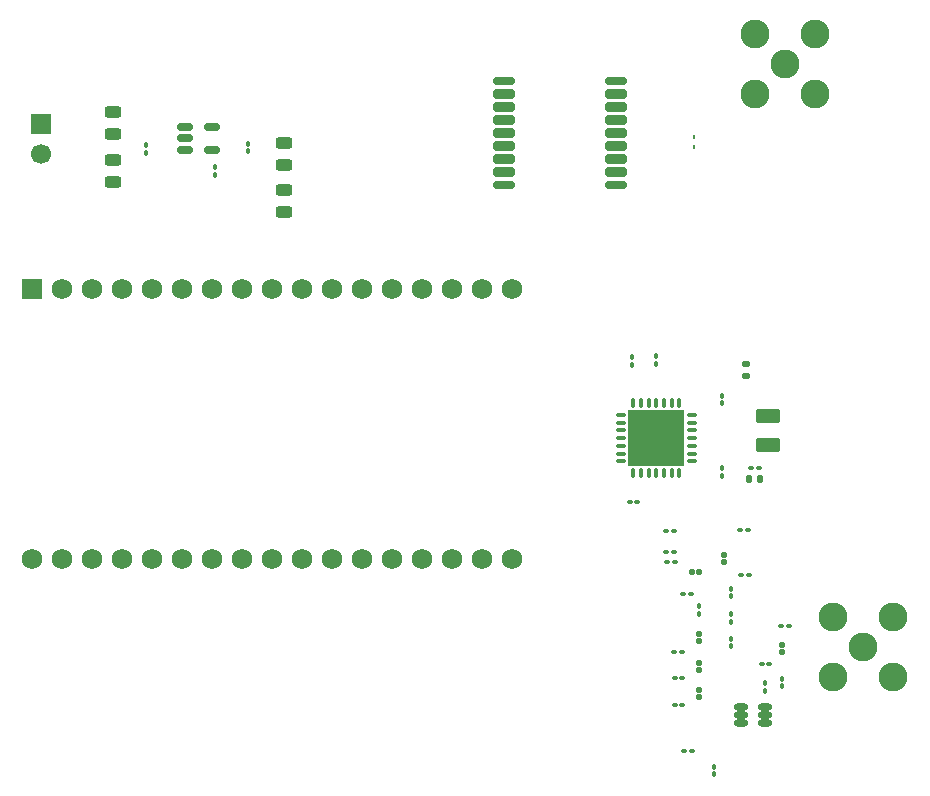
<source format=gts>
G04 #@! TF.GenerationSoftware,KiCad,Pcbnew,9.99.0-4546-gb76221958b*
G04 #@! TF.CreationDate,2026-01-23T23:00:34+05:00*
G04 #@! TF.ProjectId,Transmitter board,5472616e-736d-4697-9474-657220626f61,rev?*
G04 #@! TF.SameCoordinates,Original*
G04 #@! TF.FileFunction,Soldermask,Top*
G04 #@! TF.FilePolarity,Negative*
%FSLAX46Y46*%
G04 Gerber Fmt 4.6, Leading zero omitted, Abs format (unit mm)*
G04 Created by KiCad (PCBNEW 9.99.0-4546-gb76221958b) date 2026-01-23 23:00:34*
%MOMM*%
%LPD*%
G01*
G04 APERTURE LIST*
G04 Aperture macros list*
%AMRoundRect*
0 Rectangle with rounded corners*
0 $1 Rounding radius*
0 $2 $3 $4 $5 $6 $7 $8 $9 X,Y pos of 4 corners*
0 Add a 4 corners polygon primitive as box body*
4,1,4,$2,$3,$4,$5,$6,$7,$8,$9,$2,$3,0*
0 Add four circle primitives for the rounded corners*
1,1,$1+$1,$2,$3*
1,1,$1+$1,$4,$5*
1,1,$1+$1,$6,$7*
1,1,$1+$1,$8,$9*
0 Add four rect primitives between the rounded corners*
20,1,$1+$1,$2,$3,$4,$5,0*
20,1,$1+$1,$4,$5,$6,$7,0*
20,1,$1+$1,$6,$7,$8,$9,0*
20,1,$1+$1,$8,$9,$2,$3,0*%
G04 Aperture macros list end*
%ADD10RoundRect,0.102000X-0.900000X0.500000X-0.900000X-0.500000X0.900000X-0.500000X0.900000X0.500000X0*%
%ADD11RoundRect,0.100000X0.130000X0.100000X-0.130000X0.100000X-0.130000X-0.100000X0.130000X-0.100000X0*%
%ADD12RoundRect,0.140000X-0.140000X-0.170000X0.140000X-0.170000X0.140000X0.170000X-0.140000X0.170000X0*%
%ADD13RoundRect,0.100000X-0.130000X-0.100000X0.130000X-0.100000X0.130000X0.100000X-0.130000X0.100000X0*%
%ADD14RoundRect,0.175000X-0.725000X-0.175000X0.725000X-0.175000X0.725000X0.175000X-0.725000X0.175000X0*%
%ADD15RoundRect,0.200000X-0.700000X-0.200000X0.700000X-0.200000X0.700000X0.200000X-0.700000X0.200000X0*%
%ADD16C,2.454000*%
%ADD17RoundRect,0.100000X-0.100000X0.130000X-0.100000X-0.130000X0.100000X-0.130000X0.100000X0.130000X0*%
%ADD18RoundRect,0.100000X0.100000X-0.130000X0.100000X0.130000X-0.100000X0.130000X-0.100000X-0.130000X0*%
%ADD19RoundRect,0.075000X0.312500X0.075000X-0.312500X0.075000X-0.312500X-0.075000X0.312500X-0.075000X0*%
%ADD20RoundRect,0.075000X0.075000X0.312500X-0.075000X0.312500X-0.075000X-0.312500X0.075000X-0.312500X0*%
%ADD21R,4.800000X4.800000*%
%ADD22RoundRect,0.062500X0.062500X-0.117500X0.062500X0.117500X-0.062500X0.117500X-0.062500X-0.117500X0*%
%ADD23RoundRect,0.102000X-0.150000X0.150000X-0.150000X-0.150000X0.150000X-0.150000X0.150000X0.150000X0*%
%ADD24RoundRect,0.243750X-0.456250X0.243750X-0.456250X-0.243750X0.456250X-0.243750X0.456250X0.243750X0*%
%ADD25RoundRect,0.243750X0.456250X-0.243750X0.456250X0.243750X-0.456250X0.243750X-0.456250X-0.243750X0*%
%ADD26RoundRect,0.102000X0.150000X0.150000X-0.150000X0.150000X-0.150000X-0.150000X0.150000X-0.150000X0*%
%ADD27RoundRect,0.150000X-0.512500X-0.150000X0.512500X-0.150000X0.512500X0.150000X-0.512500X0.150000X0*%
%ADD28RoundRect,0.140000X-0.170000X0.140000X-0.170000X-0.140000X0.170000X-0.140000X0.170000X0.140000X0*%
%ADD29O,1.254000X0.604000*%
%ADD30R,1.700000X1.700000*%
%ADD31C,1.700000*%
%ADD32RoundRect,0.102000X-0.762000X0.762000X-0.762000X-0.762000X0.762000X-0.762000X0.762000X0.762000X0*%
%ADD33C,1.728000*%
G04 APERTURE END LIST*
D10*
X97830000Y-53890000D03*
X97830000Y-56390000D03*
D11*
X97940000Y-74900000D03*
X97300000Y-74900000D03*
D12*
X96240000Y-59300000D03*
X97200000Y-59300000D03*
D13*
X86131000Y-61214000D03*
X86771000Y-61214000D03*
D14*
X75514000Y-25572000D03*
D15*
X75514000Y-26672000D03*
X75514000Y-27772000D03*
X75514000Y-28872000D03*
X75514000Y-29972000D03*
X75514000Y-31072000D03*
X75514000Y-32172000D03*
X75514000Y-33272000D03*
D14*
X75514000Y-34372000D03*
X85014000Y-34372000D03*
D15*
X85014000Y-33272000D03*
X85014000Y-32172000D03*
X85014000Y-31072000D03*
X85014000Y-29972000D03*
X85014000Y-28872000D03*
X85014000Y-27772000D03*
X85014000Y-26672000D03*
D14*
X85014000Y-25572000D03*
D16*
X99314000Y-24083500D03*
X101854000Y-26623500D03*
X96774000Y-26623500D03*
X101854000Y-21543500D03*
X96774000Y-21543500D03*
D17*
X86360000Y-48956000D03*
X86360000Y-49596000D03*
D16*
X105900000Y-73500000D03*
X103360000Y-70960000D03*
X108440000Y-70960000D03*
X103360000Y-76040000D03*
X108440000Y-76040000D03*
D18*
X99000000Y-76800000D03*
X99000000Y-76160000D03*
D13*
X89235000Y-65400000D03*
X89875000Y-65400000D03*
D19*
X91379500Y-57754000D03*
X91379500Y-57104000D03*
X91379500Y-56454000D03*
X91379500Y-55804000D03*
X91379500Y-55154000D03*
X91379500Y-54504000D03*
X91379500Y-53854000D03*
D20*
X90342000Y-52816500D03*
X89692000Y-52816500D03*
X89042000Y-52816500D03*
X88392000Y-52816500D03*
X87742000Y-52816500D03*
X87092000Y-52816500D03*
X86442000Y-52816500D03*
D19*
X85404500Y-53854000D03*
X85404500Y-54504000D03*
X85404500Y-55154000D03*
X85404500Y-55804000D03*
X85404500Y-56454000D03*
X85404500Y-57104000D03*
X85404500Y-57754000D03*
D20*
X86442000Y-58791500D03*
X87092000Y-58791500D03*
X87742000Y-58791500D03*
X88392000Y-58791500D03*
X89042000Y-58791500D03*
X89692000Y-58791500D03*
X90342000Y-58791500D03*
D21*
X88392000Y-55804000D03*
D18*
X93980000Y-58994000D03*
X93980000Y-58354000D03*
D11*
X90600000Y-76100000D03*
X89960000Y-76100000D03*
D18*
X97600000Y-77175000D03*
X97600000Y-76535000D03*
D22*
X91606000Y-30314000D03*
X91606000Y-31154000D03*
D17*
X53848000Y-30856000D03*
X53848000Y-31496000D03*
X45212000Y-31013000D03*
X45212000Y-31653000D03*
D23*
X92000000Y-74800000D03*
X92000000Y-75400000D03*
D17*
X51054000Y-32863000D03*
X51054000Y-33503000D03*
X93980000Y-52192000D03*
X93980000Y-52832000D03*
D13*
X89235000Y-63700000D03*
X89875000Y-63700000D03*
D24*
X56896000Y-30812500D03*
X56896000Y-32687500D03*
D23*
X99000000Y-73300000D03*
X99000000Y-73900000D03*
D11*
X99620000Y-71700000D03*
X98980000Y-71700000D03*
D25*
X56896000Y-36654500D03*
X56896000Y-34779500D03*
D18*
X94700000Y-69200000D03*
X94700000Y-68560000D03*
D13*
X95560000Y-67400000D03*
X96200000Y-67400000D03*
D23*
X92000000Y-77100000D03*
X92000000Y-77700000D03*
D26*
X92000000Y-67100000D03*
X91400000Y-67100000D03*
D25*
X42418000Y-34133000D03*
X42418000Y-32258000D03*
D11*
X91320000Y-69000000D03*
X90680000Y-69000000D03*
D17*
X93300000Y-83625000D03*
X93300000Y-84265000D03*
D24*
X42418000Y-28194000D03*
X42418000Y-30069000D03*
D13*
X89300000Y-66300000D03*
X89940000Y-66300000D03*
X96435000Y-58300000D03*
X97075000Y-58300000D03*
D18*
X94700000Y-73440000D03*
X94700000Y-72800000D03*
D27*
X48514000Y-29464000D03*
X48514000Y-30414000D03*
X48514000Y-31364000D03*
X50789000Y-31364000D03*
X50789000Y-29464000D03*
D28*
X96012000Y-49558000D03*
X96012000Y-50518000D03*
D11*
X90575000Y-78400000D03*
X89935000Y-78400000D03*
D17*
X88392000Y-48865000D03*
X88392000Y-49505000D03*
D29*
X95600000Y-78600000D03*
X95600000Y-79250000D03*
X95600000Y-79900000D03*
X97600000Y-79900000D03*
X97600000Y-79250000D03*
X97600000Y-78600000D03*
D11*
X90565000Y-73900000D03*
X89925000Y-73900000D03*
D13*
X95500000Y-63600000D03*
X96140000Y-63600000D03*
D23*
X92000000Y-72400000D03*
X92000000Y-73000000D03*
D30*
X36322000Y-29205000D03*
D31*
X36322000Y-31745000D03*
D18*
X92000000Y-70665000D03*
X92000000Y-70025000D03*
D13*
X90735000Y-82300000D03*
X91375000Y-82300000D03*
D18*
X94700000Y-71365000D03*
X94700000Y-70725000D03*
D23*
X94100000Y-65700000D03*
X94100000Y-66300000D03*
D32*
X35560000Y-43180000D03*
D33*
X38100000Y-43180000D03*
X40640000Y-43180000D03*
X43180000Y-43180000D03*
X45720000Y-43180000D03*
X48260000Y-43180000D03*
X50800000Y-43180000D03*
X53340000Y-43180000D03*
X55880000Y-43180000D03*
X58420000Y-43180000D03*
X60960000Y-43180000D03*
X63500000Y-43180000D03*
X66040000Y-43180000D03*
X68580000Y-43180000D03*
X71120000Y-43180000D03*
X73660000Y-43180000D03*
X76200000Y-43180000D03*
X35560000Y-66040000D03*
X38100000Y-66040000D03*
X40640000Y-66040000D03*
X43180000Y-66040000D03*
X45720000Y-66040000D03*
X48260000Y-66040000D03*
X50800000Y-66040000D03*
X53340000Y-66040000D03*
X55880000Y-66040000D03*
X58420000Y-66040000D03*
X60960000Y-66040000D03*
X63500000Y-66040000D03*
X66040000Y-66040000D03*
X68580000Y-66040000D03*
X71120000Y-66040000D03*
X73660000Y-66040000D03*
X76200000Y-66040000D03*
M02*

</source>
